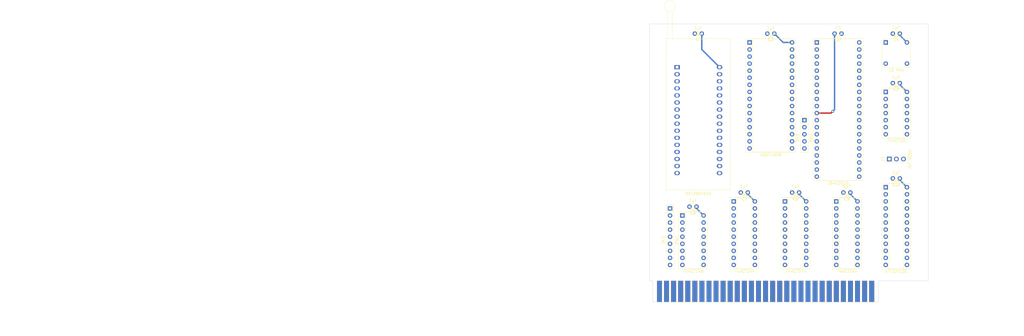
<source format=kicad_pcb>
(kicad_pcb (version 20221018) (generator pcbnew)
  (layers (0 "F.Cu" signal) (1 "In1.Cu" power) (2 "In2.Cu" power) (31 "B.Cu" signal) (34 "B.Paste" user) (35 "F.Paste" user) (36 "B.SilkS" user "B.Silkscreen") (37 "F.SilkS" user "F.Silkscreen") (38 "B.Mask" user) (39 "F.Mask" user) (44 "Edge.Cuts" user))
  (net 0 "")
  (net 1 "+5V")
  (net 2 "GND")
  (net 3 "/CTCLK")
  (net 4 "/CLK2")
  (net 5 "/IEI")
  (net 6 "/~{CLK}")
  (net 7 "D7")
  (net 8 "D6")
  (net 9 "D5")
  (net 10 "D4")
  (net 11 "D3")
  (net 12 "/MOSI")
  (net 13 "/MISO")
  (net 14 "/SCLK")
  (net 17 "D2")
  (net 18 "D1")
  (net 19 "D0")
  (net 20 "A15")
  (net 21 "A14")
  (net 22 "A13")
  (net 23 "A12")
  (net 24 "A11")
  (net 25 "A10")
  (net 26 "A9")
  (net 27 "A8")
  (net 28 "A7")
  (net 29 "A6")
  (net 30 "A5")
  (net 31 "A4")
  (net 32 "A3")
  (net 33 "A2")
  (net 34 "A1")
  (net 35 "+3V3")
  (net 36 "A0")
  (net 37 "-12V")
  (net 38 "~{RESET}")
  (net 39 "+12V")
  (net 40 "~{IRQ}2")
  (net 41 "~{M1}")
  (net 42 "/Glue Logic/RBA15")
  (net 43 "~{MREQ}")
  (net 44 "~{IORQ}")
  (net 45 "~{WR}")
  (net 46 "~{RD}")
  (net 47 "~{BUSRQ}")
  (net 48 "~{BUSAK}")
  (net 49 "~{WAIT}")
  (net 50 "~{HALT}")
  (net 51 "CLK")
  (net 52 "~{IRQ}7")
  (net 53 "~{IRQ}6")
  (net 54 "~{IRQ}5")
  (net 55 "~{IRQ}4")
  (net 56 "~{IRQ}3")
  (net 57 "~{NMI}")
  (net 58 "/Glue Logic/RBA16")
  (net 59 "/Glue Logic/RBA17")
  (net 60 "/Glue Logic/RBA18")
  (net 62 "BA18")
  (net 63 "BA17")
  (net 64 "BA16")
  (net 65 "BA15")
  (net 69 "Net-(U5-S2)")
  (net 70 "Net-(U5-S1)")
  (net 71 "Net-(U5-S0)")
  (net 74 "~{IRQ}0")
  (net 75 "~{IRQ}1")
  (net 76 "~{INT}")
  (net 77 "~{ROM_CS}")
  (net 78 "~{RAM_OE}")
  (net 79 "~{MODE1}")
  (net 80 "/Glue Logic/~{ROM_SEL}")
  (net 81 "/Glue Logic/~{RAM_SEL}")
  (net 82 "/TX")
  (net 83 "/RX")
  (net 84 "~{BANK_RD}")
  (net 85 "/IEO")
  (net 86 "Net-(J2-Pin_2)")
  (net 87 "~{MODE2}")
  (net 88 "~{BANK_WR}")
  (footprint "Capacitor_THT:C_Disc_D3.0mm_W2.0mm_P2.50mm" (layer "F.Cu") (at 142.775 112.83 180)
    (fp_text reference "C6" (at 1.25 -2.25) (layer "F.SilkS"))
    (fp_text value "1µF" (at 1.25 2.25) (layer "F.SilkS"))
    (pad "1" thru_hole circle (at 0 0 180) (size 1.6 1.6) (drill 0.8) (layers "*.Cu" "*.Mask") (net 1 "+5V"))
    (pad "2" thru_hole circle (at 2.5 0 180) (size 1.6 1.6) (drill 0.8) (layers "*.Cu" "*.Mask") (net 2 "GND"))
  )
  (footprint "0_Library:ZIF_Socket-32" (layer "F.Cu") (at 135.81 62.665)
    (fp_text reference "U8" (at 7.62 -11.56) (layer "F.SilkS"))
    (fp_text value "SST39SF010" (at 7.62 45.5) (layer "F.SilkS"))
    (pad "1" thru_hole rect (at 0 0) (size 2 1.44) (drill 1) (layers "*.Cu" "*.Mask") (net 2 "GND"))
    (pad "2" thru_hole oval (at 0 2.54) (size 2 1.44) (drill 1) (layers "*.Cu" "*.Mask") (net 2 "GND"))
    (pad "3" thru_hole oval (at 0 5.08) (size 2 1.44) (drill 1) (layers "*.Cu" "*.Mask") (net 20 "A15"))
    (pad "4" thru_hole oval (at 0 7.62) (size 2 1.44) (drill 1) (layers "*.Cu" "*.Mask") (net 23 "A12"))
    (pad "5" thru_hole oval (at 0 10.16) (size 2 1.44) (drill 1) (layers "*.Cu" "*.Mask") (net 28 "A7"))
    (pad "6" thru_hole oval (at 0 12.7) (size 2 1.44) (drill 1) (layers "*.Cu" "*.Mask") (net 29 "A6"))
    (pad "7" thru_hole oval (at 0 15.24) (size 2 1.44) (drill 1) (layers "*.Cu" "*.Mask") (net 30 "A5"))
    (pad "8" thru_hole oval (at 0 17.78) (size 2 1.44) (drill 1) (layers "*.Cu" "*.Mask") (net 31 "A4"))
    (pad "9" thru_hole oval (at 0 20.32) (size 2 1.44) (drill 1) (layers "*.Cu" "*.Mask") (net 32 "A3"))
    (pad "10" thru_hole oval (at 0 22.86) (size 2 1.44) (drill 1) (layers "*.Cu" "*.Mask") (net 33 "A2"))
    (pad "11" thru_hole oval (at 0 25.4) (size 2 1.44) (drill 1) (layers "*.Cu" "*.Mask") (net 34 "A1"))
    (pad "12" thru_hole oval (at 0 27.94) (size 2 1.44) (drill 1) (layers "*.Cu" "*.Mask") (net 36 "A0"))
    (pad "13" thru_hole oval (at 0 30.48) (size 2 1.44) (drill 1) (layers "*.Cu" "*.Mask") (net 19 "D0"))
    (pad "14" thru_hole oval (at 0 33.02) (size 2 1.44) (drill 1) (layers "*.Cu" "*.Mask") (net 18 "D1"))
    (pad "15" thru_hole oval (at 0 35.56) (size 2 1.44) (drill 1) (layers "*.Cu" "*.Mask") (net 17 "D2"))
    (pad "16" thru_hole oval (at 0 38.1) (size 2 1.44) (drill 1) (layers "*.Cu" "*.Mask") (net 2 "GND"))
    (pad "17" thru_hole oval (at 15.24 38.1) (size 2 1.44) (drill 1) (layers "*.Cu" "*.Mask") (net 11 "D3"))
    (pad "18" thru_hole oval (at 15.24 35.56) (size 2 1.44) (drill 1) (layers "*.Cu" "*.Mask") (net 10 "D4"))
    (pad "19" thru_hole oval (at 15.24 33.02) (size 2 1.44) (drill 1) (layers "*.Cu" "*.Mask") (net 9 "D5"))
    (pad "20" thru_hole oval (at 15.24 30.48) (size 2 1.44) (drill 1) (layers "*.Cu" "*.Mask") (net 8 "D6"))
    (pad "21" thru_hole oval (at 15.24 27.94) (size 2 1.44) (drill 1) (layers "*.Cu" "*.Mask") (net 7 "D7"))
    (pad "22" thru_hole oval (at 15.24 25.4) (size 2 1.44) (drill 1) (layers "*.Cu" "*.Mask") (net 77 "~{ROM_CS}"))
    (pad "23" thru_hole oval (at 15.24 22.86) (size 2 1.44) (drill 1) (layers "*.Cu" "*.Mask") (net 25 "A10"))
    (pad "24" thru_hole oval (at 15.24 20.32) (size 2 1.44) (drill 1) (layers "*.Cu" "*.Mask") (net 46 "~{RD}"))
    (pad "25" thru_hole oval (at 15.24 17.78) (size 2 1.44) (drill 1) (layers "*.Cu" "*.Mask") (net 24 "A11"))
    (pad "26" thru_hole oval (at 15.24 15.24) (size 2 1.44) (drill 1) (layers "*.Cu" "*.Mask") (net 26 "A9"))
    (pad "27" thru_hole oval (at 15.24 12.7) (size 2 1.44) (drill 1) (layers "*.Cu" "*.Mask") (net 27 "A8"))
    (pad "28" thru_hole oval (at 15.24 10.16) (size 2 1.44) (drill 1) (layers "*.Cu" "*.Mask") (net 22 "A13"))
    (pad "29" thru_hole oval (at 15.24 7.62) (size 2 1.44) (drill 1) (layers "*.Cu" "*.Mask") (net 21 "A14"))
    (pad "30" thru_hole oval (at 15.24 5.08) (size 2 1.44) (drill 1) (layers "*.Cu" "*.Mask") (net 2 "GND"))
    (pad "31" thru_hole oval (at 15.24 2.54) (size 2 1.44) (drill 1) (layers "*.Cu" "*.Mask") (net 45 "~{WR}"))
    (pad "32" thru_hole oval (at 15.24 0) (size 2 1.44) (drill 1) (layers "*.Cu" "*.Mask") (net 1 "+5V"))
  )
  (footprint "Capacitor_THT:C_Disc_D3.4mm_W2.1mm_P2.50mm" (layer "F.Cu") (at 179.605 107.75 180)
    (fp_text reference "C8" (at 1.25 -2.3) (layer "F.SilkS"))
    (fp_text value "1µF" (at 1.25 2.3) (layer "F.SilkS"))
    (pad "1" thru_hole circle (at 0 0 180) (size 1.6 1.6) (drill 0.8) (layers "*.Cu" "*.Mask") (net 1 "+5V"))
    (pad "2" thru_hole circle (at 2.5 0 180) (size 1.6 1.6) (drill 0.8) (layers "*.Cu" "*.Mask") (net 2 "GND"))
  )
  (footprint "0_Library:BUS_XT v2" (layer "F.Cu") (at 226 139.5)
    (fp_text reference "J1" hide)
    (fp_text value "CARD EDGE" hide)
    (pad "1" connect rect (at -20.32 3.81) (size 1.78 7.62) (layers "B.Cu" "B.Mask") (net 82 "/TX"))
    (pad "2" connect rect (at -22.86 3.81) (size 1.78 7.62) (layers "B.Cu" "B.Mask") (net 7 "D7"))
    (pad "3" connect rect (at -25.4 3.81) (size 1.78 7.62) (layers "B.Cu" "B.Mask") (net 8 "D6"))
    (pad "4" connect rect (at -27.94 3.81) (size 1.78 7.62) (layers "B.Cu" "B.Mask") (net 9 "D5"))
    (pad "5" connect rect (at -30.48 3.81) (size 1.78 7.62) (layers "B.Cu" "B.Mask") (net 10 "D4"))
    (pad "6" connect rect (at -33.02 3.81) (size 1.78 7.62) (layers "B.Cu" "B.Mask") (net 11 "D3"))
    (pad "7" connect rect (at -35.56 3.81) (size 1.78 7.62) (layers "B.Cu" "B.Mask") (net 17 "D2"))
    (pad "8" connect rect (at -38.1 3.81) (size 1.78 7.62) (layers "B.Cu" "B.Mask") (net 18 "D1"))
    (pad "9" connect rect (at -40.64 3.81) (size 1.78 7.62) (layers "B.Cu" "B.Mask") (net 19 "D0"))
    (pad "10" connect rect (at -43.18 3.81) (size 1.78 7.62) (layers "B.Cu" "B.Mask") (net 83 "/RX"))
    (pad "11" connect rect (at -45.72 3.81) (size 1.78 7.62) (layers "B.Cu" "B.Mask") (net 12 "/MOSI"))
    (pad "12" connect rect (at -48.26 3.81) (size 1.78 7.62) (layers "B.Cu" "B.Mask") (net 13 "/MISO"))
    (pad "13" connect rect (at -50.8 3.81) (size 1.78 7.62) (layers "B.Cu" "B.Mask") (net 14 "/SCLK"))
    (pad "14" connect rect (at -53.34 3.81) (size 1.78 7.62) (layers "B.Cu" "B.Mask") (net 3 "/CTCLK"))
    (pad "15" connect rect (at -55.88 3.81) (size 1.78 7.62) (layers "B.Cu" "B.Mask") (net 85 "/IEO"))
    (pad "16" connect rect (at -58.42 3.81) (size 1.78 7.62) (layers "B.Cu" "B.Mask") (net 20 "A15"))
    (pad "17" connect rect (at -60.96 3.81) (size 1.78 7.62) (layers "B.Cu" "B.Mask") (net 21 "A14"))
    (pad "18" connect rect (at -63.5 3.81) (size 1.78 7.62) (layers "B.Cu" "B.Mask") (net 22 "A13"))
    (pad "19" connect rect (at -66.04 3.81) (size 1.78 7.62) (layers "B.Cu" "B.Mask") (net 23 "A12"))
    (pad "20" connect rect (at -68.58 3.81) (size 1.78 7.62) (layers "B.Cu" "B.Mask") (net 24 "A11"))
    (pad "21" connect rect (at -71.12 3.81) (size 1.78 7.62) (layers "B.Cu" "B.Mask") (net 25 "A10"))
    (pad "22" connect rect (at -73.66 3.81) (size 1.78 7.62) (layers "B.Cu" "B.Mask") (net 26 "A9"))
    (pad "23" connect rect (at -76.2 3.81) (size 1.78 7.62) (layers "B.Cu" "B.Mask") (net 27 "A8"))
    (pad "24" connect rect (at -78.74 3.81) (size 1.78 7.62) (layers "B.Cu" "B.Mask") (net 28 "A7"))
    (pad "25" connect rect (at -81.28 3.81) (size 1.78 7.62) (layers "B.Cu" "B.Mask") (net 29 "A6"))
    (pad "26" connect rect (at -83.82 3.81) (size 1.78 7.62) (layers "B.Cu" "B.Mask") (net 30 "A5"))
    (pad "27" connect rect (at -86.36 3.81) (size 1.78 7.62) (layers "B.Cu" "B.Mask") (net 31 "A4"))
    (pad "28" connect rect (at -88.9 3.81) (size 1.78 7.62) (layers "B.Cu" "B.Mask") (net 32 "A3"))
    (pad "29" connect rect (at -91.44 3.81) (size 1.78 7.62) (layers "B.Cu" "B.Mask") (net 33 "A2"))
    (pad "30" connect rect (at -93.98 3.81) (size 1.78 7.62) (layers "B.Cu" "B.Mask") (net 34 "A1"))
    (pad "31" connect rect (at -96.52 3.81) (size 1.78 7.62) (layers "B.Cu" "B.Mask") (net 36 "A0"))
    (pad "32" connect rect (at -20.32 3.81) (size 1.78 7.62) (layers "F.Cu" "F.Mask") (net 2 "GND"))
    (pad "33" connect rect (at -22.86 3.81) (size 1.78 7.62) (layers "F.Cu" "F.Mask") (net 38 "~{RESET}"))
    (pad "34" connect rect (at -25.4 3.81) (size 1.78 7.62) (layers "F.Cu" "F.Mask") (net 1 "+5V"))
    (pad "35" connect rect (at -27.94 3.81) (size 1.78 7.62) (layers "F.Cu" "F.Mask") (net 40 "~{IRQ}2"))
    (pad "36" connect rect (at -30.48 3.81) (size 1.78 7.62) (layers "F.Cu" "F.Mask") (net 35 "+3V3"))
    (pad "37" connect rect (at -33.02 3.81) (size 1.78 7.62) (layers "F.Cu" "F.Mask") (net 41 "~{M1}"))
    (pad "38" connect rect (at -35.56 3.81) (size 1.78 7.62) (layers "F.Cu" "F.Mask") (net 37 "-12V"))
    (pad "39" connect rect (at -38.1 3.81) (size 1.78 7.62) (layers "F.Cu" "F.Mask") (net 4 "/CLK2"))
    (pad "40" connect rect (at -40.64 3.81) (size 1.78 7.62) (layers "F.Cu" "F.Mask") (net 39 "+12V"))
    (pad "41" connect rect (at -43.18 3.81) (size 1.78 7.62) (layers "F.Cu" "F.Mask") (net 2 "GND"))
    (pad "42" connect rect (at -45.72 3.81) (size 1.78 7.62) (layers "F.Cu" "F.Mask") (net 43 "~{MREQ}"))
    (pad "43" connect rect (at -48.26 3.81) (size 1.78 7.62) (layers "F.Cu" "F.Mask") (net 44 "~{IORQ}"))
    (pad "44" connect rect (at -50.8 3.81) (size 1.78 7.62) (layers "F.Cu" "F.Mask") (net 46 "~{RD}"))
    (pad "45" connect rect (at -53.34 3.81) (size 1.78 7.62) (layers "F.Cu" "F.Mask") (net 45 "~{WR}"))
    (pad "46" connect rect (at -55.88 3.81) (size 1.78 7.62) (layers "F.Cu" "F.Mask") (net 5 "/IEI"))
    (pad "47" connect rect (at -58.42 3.81) (size 1.78 7.62) (layers "F.Cu" "F.Mask") (net 47 "~{BUSRQ}"))
    (pad "48" connect rect (at -60.96 3.81) (size 1.78 7.62) (layers "F.Cu" "F.Mask") (net 48 "~{BUSAK}"))
    (pad "49" connect rect (at -63.5 3.81) (size 1.78 7.62) (layers "F.Cu" "F.Mask") (net 49 "~{WAIT}"))
    (pad "50" connect rect (at -66.04 3.81) (size 1.78 7.62) (layers "F.Cu" "F.Mask") (net 50 "~{HALT}"))
    (pad "51" connect rect (at -68.58 3.81) (size 1.78 7.62) (layers "F.Cu" "F.Mask") (net 51 "CLK"))
    (pad "52" connect rect (at -71.12 3.81) (size 1.78 7.62) (layers "F.Cu" "F.Mask") (net 52 "~{IRQ}7"))
    (pad "53" connect rect (at -73.66 3.81) (size 1.78 7.62) (layers "F.Cu" "F.Mask") (net 53 "~{IRQ}6"))
    (pad "54" connect rect (at -76.2 3.81) (size 1.78 7.62) (layers "F.Cu" "F.Mask") (net 54 "~{IRQ}5"))
    (pad "55" connect rect (at -78.74 3.81) (size 1.78 7.62) (layers "F.Cu" "F.Mask") (net 55 "~{IRQ}4"))
    (pad "56" connect rect (at -81.28 3.81) (size 1.78 7.62) (layers "F.Cu" "F.Mask") (net 56 "~{IRQ}3"))
    (pad "57" connect rect (at -83.82 3.81) (size 1.78 7.62) (layers "F.Cu" "F.Mask") (net 57 "~{NMI}"))
    (pad "58" connect rect (at -86.36 3.81) (size 1.78 7.62) (layers "F.Cu" "F.Mask") (net 75 "~{IRQ}1"))
    (pad "59" connect rect (at -88.9 3.81) (size 1.78 7.62) (layers "F.Cu" "F.Mask") (net 74 "~{IRQ}0"))
    (pad "60" connect rect (at -91.44 3.81) (size 1.78 7.62) (layers "F.Cu" "F.Mask") (net 1 "+5V"))
    (pad "61" connect rect (at -93.98 3.81) (size 1.78 7.62) (layers "F.Cu" "F.Mask") (net 6 "/~{CLK}"))
    (pad "62" connect rect (at -96.52 3.81) (size 1.78 7.62) (layers "F.Cu" "F.Mask") (net 2 "GND"))
  )
  (footprint "Capacitor_THT:C_Disc_D3.4mm_W2.1mm_P2.50mm" (layer "F.Cu") (at 215.78 102.67 180)
    (fp_text reference "C10" (at 1.25 -2.3) (layer "F.SilkS"))
    (fp_text value "1µF" (at 1.25 2.3) (layer "F.SilkS"))
    (pad "1" thru_hole circle (at 0 0 180) (size 1.6 1.6) (drill 0.8) (layers "*.Cu" "*.Mask") (net 1 "+5V"))
    (pad "2" thru_hole circle (at 2.5 0 180) (size 1.6 1.6) (drill 0.8) (layers "*.Cu" "*.Mask") (net 2 "GND"))
  )
  (footprint "Package_DIP:DIP-16_W7.62mm_Socket" (layer "F.Cu") (at 137.715 116.005)
    (fp_text reference "U5" (at 3.81 -2.33) (layer "F.SilkS"))
    (fp_text value "74HCT148" (at 3.81 20.11) (layer "F.SilkS"))
    (pad "1" thru_hole rect (at 0 0) (size 1.6 1.6) (drill 0.8) (layers "*.Cu" "*.Mask") (net 56 "~{IRQ}3"))
    (pad "2" thru_hole oval (at 0 2.54) (size 1.6 1.6) (drill 0.8) (layers "*.Cu" "*.Mask") (net 40 "~{IRQ}2"))
    (pad "3" thru_hole oval (at 0 5.08) (size 1.6 1.6) (drill 0.8) (layers "*.Cu" "*.Mask") (net 75 "~{IRQ}1"))
    (pad "4" thru_hole oval (at 0 7.62) (size 1.6 1.6) (drill 0.8) (layers "*.Cu" "*.Mask") (net 74 "~{IRQ}0"))
    (pad "5" thru_hole oval (at 0 10.16) (size 1.6 1.6) (drill 0.8) (layers "*.Cu" "*.Mask") (net 2 "GND"))
    (pad "6" thru_hole oval (at 0 12.7) (size 1.6 1.6) (drill 0.8) (layers "*.Cu" "*.Mask") (net 69 "Net-(U5-S2)"))
    (pad "7" thru_hole oval (at 0 15.24) (size 1.6 1.6) (drill 0.8) (layers "*.Cu" "*.Mask") (net 70 "Net-(U5-S1)"))
    (pad "8" thru_hole oval (at 0 17.78) (size 1.6 1.6) (drill 0.8) (layers "*.Cu" "*.Mask") (net 2 "GND"))
    (pad "9" thru_hole oval (at 7.62 17.78) (size 1.6 1.6) (drill 0.8) (layers "*.Cu" "*.Mask") (net 71 "Net-(U5-S0)"))
    (pad "10" thru_hole oval (at 7.62 15.24) (size 1.6 1.6) (drill 0.8) (layers "*.Cu" "*.Mask") (net 52 "~{IRQ}7"))
    (pad "11" thru_hole oval (at 7.62 12.7) (size 1.6 1.6) (drill 0.8) (layers "*.Cu" "*.Mask") (net 53 "~{IRQ}6"))
    (pad "12" thru_hole oval (at 7.62 10.16) (size 1.6 1.6) (drill 0.8) (layers "*.Cu" "*.Mask") (net 54 "~{IRQ}5"))
    (pad "13" thru_hole oval (at 7.62 7.62) (size 1.6 1.6) (drill 0.8) (layers "*.Cu" "*.Mask") (net 55 "~{IRQ}4"))
    (pad "14" thru_hole oval (at 7.62 5.08) (size 1.6 1.6) (drill 0.8) (layers "*.Cu" "*.Mask") (net 76 "~{INT}"))
    (pad "15" thru_hole oval (at 7.62 2.54) (size 1.6 1.6) (drill 0.8) (layers "*.Cu" "*.Mask"))
    (pad "16" thru_hole oval (at 7.62 0) (size 1.6 1.6) (drill 0.8) (layers "*.Cu" "*.Mask") (net 1 "+5V"))
  )
  (footprint "Package_DIP:DIP-20_W7.62mm_Socket" (layer "F.Cu") (at 174.545 110.925)
    (fp_text reference "U3" (at 3.81 -2.33) (layer "F.SilkS"))
    (fp_text value "74HCT374" (at 3.81 25.19) (layer "F.SilkS"))
    (pad "1" thru_hole rect (at 0 0) (size 1.6 1.6) (drill 0.8) (layers "*.Cu" "*.Mask") (net 2 "GND"))
    (pad "2" thru_hole oval (at 0 2.54) (size 1.6 1.6) (drill 0.8) (layers "*.Cu" "*.Mask") (net 42 "/Glue Logic/RBA15"))
    (pad "3" thru_hole oval (at 0 5.08) (size 1.6 1.6) (drill 0.8) (layers "*.Cu" "*.Mask") (net 19 "D0"))
    (pad "4" thru_hole oval (at 0 7.62) (size 1.6 1.6) (drill 0.8) (layers "*.Cu" "*.Mask") (net 18 "D1"))
    (pad "5" thru_hole oval (at 0 10.16) (size 1.6 1.6) (drill 0.8) (layers "*.Cu" "*.Mask") (net 58 "/Glue Logic/RBA16"))
    (pad "6" thru_hole oval (at 0 12.7) (size 1.6 1.6) (drill 0.8) (layers "*.Cu" "*.Mask") (net 59 "/Glue Logic/RBA17"))
    (pad "7" thru_hole oval (at 0 15.24) (size 1.6 1.6) (drill 0.8) (layers "*.Cu" "*.Mask") (net 17 "D2"))
    (pad "8" thru_hole oval (at 0 17.78) (size 1.6 1.6) (drill 0.8) (layers "*.Cu" "*.Mask") (net 11 "D3"))
    (pad "9" thru_hole oval (at 0 20.32) (size 1.6 1.6) (drill 0.8) (layers "*.Cu" "*.Mask") (net 60 "/Glue Logic/RBA18"))
    (pad "10" thru_hole oval (at 0 22.86) (size 1.6 1.6) (drill 0.8) (layers "*.Cu" "*.Mask") (net 2 "GND"))
    (pad "11" thru_hole oval (at 7.62 22.86) (size 1.6 1.6) (drill 0.8) (layers "*.Cu" "*.Mask") (net 88 "~{BANK_WR}"))
    (pad "12" thru_hole oval (at 7.62 20.32) (size 1.6 1.6) (drill 0.8) (layers "*.Cu" "*.Mask"))
    (pad "13" thru_hole oval (at 7.62 17.78) (size 1.6 1.6) (drill 0.8) (layers "*.Cu" "*.Mask") (net 2 "GND"))
    (pad "14" thru_hole oval (at 7.62 15.24) (size 1.6 1.6) (drill 0.8) (layers "*.Cu" "*.Mask") (net 2 "GND"))
    (pad "15" thru_hole oval (at 7.62 12.7) (size 1.6 1.6) (drill 0.8) (layers "*.Cu" "*.Mask"))
    (pad "16" thru_hole oval (at 7.62 10.16) (size 1.6 1.6) (drill 0.8) (layers "*.Cu" "*.Mask"))
    (pad "17" thru_hole oval (at 7.62 7.62) (size 1.6 1.6) (drill 0.8) (layers "*.Cu" "*.Mask") (net 2 "GND"))
    (pad "18" thru_hole oval (at 7.62 5.08) (size 1.6 1.6) (drill 0.8) (layers "*.Cu" "*.Mask") (net 2 "GND"))
    (pad "19" thru_hole oval (at 7.62 2.54) (size 1.6 1.6) (drill 0.8) (layers "*.Cu" "*.Mask"))
    (pad "20" thru_hole oval (at 7.62 0) (size 1.6 1.6) (drill 0.8) (layers "*.Cu" "*.Mask") (net 1 "+5V"))
  )
  (footprint "Capacitor_THT:C_Disc_D3.4mm_W2.1mm_P2.50mm" (layer "F.Cu") (at 161.19 107.75 180)
    (fp_text reference "C7" (at 1.25 -2.3) (layer "F.SilkS"))
    (fp_text value "1µF" (at 1.25 2.3) (layer "F.SilkS"))
    (pad "1" thru_hole circle (at 0 0 180) (size 1.6 1.6) (drill 0.8) (layers "*.Cu" "*.Mask") (net 1 "+5V"))
    (pad "2" thru_hole circle (at 2.5 0 180) (size 1.6 1.6) (drill 0.8) (layers "*.Cu" "*.Mask") (net 2 "GND"))
  )
  (footprint "Package_DIP:DIP-32_W15.24mm_Socket" (layer "F.Cu") (at 161.845 53.77)
    (fp_text reference "U9" (at 7.62 -2.33) (layer "F.SilkS"))
    (fp_text value "AS6C4008" (at 7.62 40.43) (layer "F.SilkS"))
    (pad "1" thru_hole rect (at 0 0) (size 1.6 1.6) (drill 0.8) (layers "*.Cu" "*.Mask") (net 62 "BA18"))
    (pad "2" thru_hole oval (at 0 2.54) (size 1.6 1.6) (drill 0.8) (layers "*.Cu" "*.Mask") (net 64 "BA16"))
    (pad "3" thru_hole oval (at 0 5.08) (size 1.6 1.6) (drill 0.8) (layers "*.Cu" "*.Mask") (net 21 "A14"))
    (pad "4" thru_hole oval (at 0 7.62) (size 1.6 1.6) (drill 0.8) (layers "*.Cu" "*.Mask") (net 23 "A12"))
    (pad "5" thru_hole oval (at 0 10.16) (size 1.6 1.6) (drill 0.8) (layers "*.Cu" "*.Mask") (net 28 "A7"))
    (pad "6" thru_hole oval (at 0 12.7) (size 1.6 1.6) (drill 0.8) (layers "*.Cu" "*.Mask") (net 29 "A6"))
    (pad "7" thru_hole oval (at 0 15.24) (size 1.6 1.6) (drill 0.8) (layers "*.Cu" "*.Mask") (net 30 "A5"))
    (pad "8" thru_hole oval (at 0 17.78) (size 1.6 1.6) (drill 0.8) (layers "*.Cu" "*.Mask") (net 31 "A4"))
    (pad "9" thru_hole oval (at 0 20.32) (size 1.6 1.6) (drill 0.8) (layers "*.Cu" "*.Mask") (net 32 "A3"))
    (pad "10" thru_hole oval (at 0 22.86) (size 1.6 1.6) (drill 0.8) (layers "*.Cu" "*.Mask") (net 33 "A2"))
    (pad "11" thru_hole oval (at 0 25.4) (size 1.6 1.6) (drill 0.8) (layers "*.Cu" "*.Mask") (net 34 "A1"))
    (pad "12" thru_hole oval (at 0 27.94) (size 1.6 1.6) (drill 0.8) (layers "*.Cu" "*.Mask") (net 36 "A0"))
    (pad "13" thru_hole oval (at 0 30.48) (size 1.6 1.6) (drill 0.8) (layers "*.Cu" "*.Mask") (net 19 "D0"))
    (pad "14" thru_hole oval (at 0 33.02) (size 1.6 1.6) (drill 0.8) (layers "*.Cu" "*.Mask") (net 18 "D1"))
    (pad "15" thru_hole oval (at 0 35.56) (size 1.6 1.6) (drill 0.8) (layers "*.Cu" "*.Mask") (net 17 "D2"))
    (pad "16" thru_hole oval (at 0 38.1) (size 1.6 1.6) (drill 0.8) (layers "*.Cu" "*.Mask") (net 2 "GND"))
    (pad "17" thru_hole oval (at 15.24 38.1) (size 1.6 1.6) (drill 0.8) (layers "*.Cu" "*.Mask") (net 11 "D3"))
    (pad "18" thru_hole oval (at 15.24 35.56) (size 1.6 1.6) (drill 0.8) (layers "*.Cu" "*.Mask") (net 10 "D4"))
    (pad "19" thru_hole oval (at 15.24 33.02) (size 1.6 1.6) (drill 0.8) (layers "*.Cu" "*.Mask") (net 9 "D5"))
    (pad "20" thru_hole oval (at 15.24 30.48) (size 1.6 1.6) (drill 0.8) (layers "*.Cu" "*.Mask") (net 8 "D6"))
    (pad "21" thru_hole oval (at 15.24 27.94) (size 1.6 1.6) (drill 0.8) (layers "*.Cu" "*.Mask") (net 7 "D7"))
    (pad "22" thru_hole oval (at 15.24 25.4) (size 1.6 1.6) (drill 0.8) (layers "*.Cu" "*.Mask") (net 43 "~{MREQ}"))
    (pad "23" thru_hole oval (at 15.24 22.86) (size 1.6 1.6) (drill 0.8) (layers "*.Cu" "*.Mask") (net 25 "A10"))
    (pad "24" thru_hole oval (at 15.24 20.32) (size 1.6 1.6) (drill 0.8) (layers "*.Cu" "*.Mask") (net 78 "~{RAM_OE}"))
    (pad "25" thru_hole oval (at 15.24 17.78) (size 1.6 1.6) (drill 0.8) (layers "*.Cu" "*.Mask") (net 24 "A11"))
    (pad "26" thru_hole oval (at 15.24 15.24) (size 1.6 1.6) (drill 0.8) (layers "*.Cu" "*.Mask") (net 26 "A9"))
    (pad "27" thru_hole oval (at 15.24 12.7) (size 1.6 1.6) (drill 0.8) (layers "*.Cu" "*.Mask") (net 27 "A8"))
    (pad "28" thru_hole oval (at 15.24 10.16) (size 1.6 1.6) (drill 0.8) (layers "*.Cu" "*.Mask") (net 22 "A13"))
    (pad "29" thru_hole oval (at 15.24 7.62) (size 1.6 1.6) (drill 0.8) (layers "*.Cu" "*.Mask") (net 45 "~{WR}"))
    (pad "30" thru_hole oval (at 15.24 5.08) (size 1.6 1.6) (drill 0.8) (layers "*.Cu" "*.Mask") (net 63 "BA17"))
    (pad "31" thru_hole oval (at 15.24 2.54) (size 1.6 1.6) (drill 0.8) (layers "*.Cu" "*.Mask") (net 65 "BA15"))
    (pad "32" thru_hole oval (at 15.24 0) (size 1.6 1.6) (drill 0.8) (layers "*.Cu" "*.Mask") (net 1 "+5V"))
  )
  (footprint "Resistor_THT:R_Array_SIP9" (layer "F.Cu") (at 133.28 113.47 -90)
    (fp_text reference "RN1" (at 11.43 -2.4 90) (layer "F.SilkS"))
    (fp_text value "3K3" (at 11.43 2.4 90) (layer "F.SilkS"))
    (pad "1" thru_hole rect (at 0 0 270) (size 1.6 1.6) (drill 0.8) (layers "*.Cu" "*.Mask") (net 1 "+5V"))
    (pad "2" thru_hole oval (at 2.54 0 270) (size 1.6 1.6) (drill 0.8) (layers "*.Cu" "*.Mask") (net 56 "~{IRQ}3"))
    (pad "3" thru_hole oval (at 5.08 0 270) (size 1.6 1.6) (drill 0.8) (layers "*.Cu" "*.Mask") (net 40 "~{IRQ}2"))
    (pad "4" thru_hole oval (at 7.62 0 270) (size 1.6 1.6) (drill 0.8) (layers "*.Cu" "*.Mask") (net 55 "~{IRQ}4"))
    (pad "5" thru_hole oval (at 10.16 0 270) (size 1.6 1.6) (drill 0.8) (layers "*.Cu" "*.Mask") (net 75 "~{IRQ}1"))
    (pad "6" thru_hole oval (at 12.7 0 270) (size 1.6 1.6) (drill 0.8) (layers "*.Cu" "*.Mask") (net 54 "~{IRQ}5"))
    (pad "7" thru_hole oval (at 15.24 0 270) (size 1.6 1.6) (drill 0.8) (layers "*.Cu" "*.Mask") (net 74 "~{IRQ}0"))
    (pad "8" thru_hole oval (at 17.78 0 270) (size 1.6 1.6) (drill 0.8) (layers "*.Cu" "*.Mask") (net 53 "~{IRQ}6"))
    (pad "9" thru_hole oval (at 20.32 0 270) (size 1.6 1.6) (drill 0.8) (layers "*.Cu" "*.Mask") (net 52 "~{IRQ}7"))
  )
  (footprint "0_Library:DIP-8-4_W7.62mm_Oscillator_Socket" (layer "F.Cu") (at 210.72 53.775)
    (fp_text reference "X1" (at 3.81 -2.33) (layer "F.SilkS"))
    (fp_text value "10 MHz" (at 3.81 9.95) (layer "F.SilkS"))
    (pad "1" thru_hole rect (at 0 0) (size 1.6 1.6) (drill 0.8) (layers "*.Cu" "*.Mask") (net 1 "+5V"))
    (pad "4" thru_hole oval (at 0 7.62) (size 1.6 1.6) (drill 0.8) (layers "*.Cu" "*.Mask") (net 2 "GND"))
    (pad "5" thru_hole oval (at 7.62 7.62) (size 1.6 1.6) (drill 0.8) (layers "*.Cu" "*.Mask") (net 51 "CLK"))
    (pad "8" thru_hole oval (at 7.62 0) (size 1.6 1.6) (drill 0.8) (layers "*.Cu" "*.Mask") (net 1 "+5V"))
  )
  (footprint "Connector_PinHeader_2.54mm:PinHeader_1x03_P2.54mm_Vertical" (layer "F.Cu") (at 212.005 95.685 90)
    (fp_text reference "J2" (at 0 -2.33 90) (layer "F.SilkS"))
    (fp_text value "INT MODE" (at 0 7.41 90) (layer "F.SilkS"))
    (pad "1" thru_hole rect (at 0 0 90) (size 1.7 1.7) (drill 1) (layers "*.Cu" "*.Mask") (net 87 "~{MODE2}"))
    (pad "2" thru_hole oval (at 0 2.54 90) (size 1.7 1.7) (drill 1) (layers "*.Cu" "*.Mask") (net 86 "Net-(J2-Pin_2)"))
    (pad "3" thru_hole oval (at 0 5.08 90) (size 1.7 1.7) (drill 1) (layers "*.Cu" "*.Mask") (net 79 "~{MODE1}"))
  )
  (footprint "Capacitor_THT:C_Disc_D3.0mm_W1.6mm_P2.50mm" (layer "F.Cu") (at 215.78 68.38 180)
    (fp_text reference "C5" (at 1.25 -2.05) (layer "F.SilkS"))
    (fp_text value "1µF" (at 1.25 2.05) (layer "F.SilkS"))
    (pad "1" thru_hole circle (at 0 0 180) (size 1.6 1.6) (drill 0.8) (layers "*.Cu" "*.Mask") (net 1 "+5V"))
    (pad "2" thru_hole circle (at 2.5 0 180) (size 1.6 1.6) (drill 0.8) (layers "*.Cu" "*.Mask") (net 2 "GND"))
  )
  (footprint "Capacitor_THT:C_Disc_D3.0mm_W2.0mm_P2.50mm" (layer "F.Cu") (at 215.78 50.6 180)
    (fp_text reference "C4" (at 1.25 -2.25) (layer "F.SilkS"))
    (fp_text value "1µF" (at 1.25 2.25) (layer "F.SilkS"))
    (pad "1" thru_hole circle (at 0 0 180) (size 1.6 1.6) (drill 0.8) (layers "*.Cu" "*.Mask") (net 1 "+5V"))
    (pad "2" thru_hole circle (at 2.5 0 180) (size 1.6 1.6) (drill 0.8) (layers "*.Cu" "*.Mask") (net 2 "GND"))
  )
  (footprint "Package_DIP:DIP-24_W7.62mm_Socket" (layer "F.Cu") (at 210.72 105.84)
    (fp_text reference "U1" (at 3.81 -2.33) (layer "F.SilkS"))
    (fp_text value "ATF22V10C" (at 3.81 30.27) (layer "F.SilkS"))
    (pad "1" thru_hole rect (at 0 0) (size 1.6 1.6) (drill 0.8) (layers "*.Cu" "*.Mask") (net 38 "~{RESET}"))
    (pad "2" thru_hole oval (at 0 2.54) (size 1.6 1.6) (drill 0.8) (layers "*.Cu" "*.Mask") (net 43 "~{MREQ}"))
    (pad "3" thru_hole oval (at 0 5.08) (size 1.6 1.6) (drill 0.8) (layers "*.Cu" "*.Mask") (net 44 "~{IORQ}"))
    (pad "4" thru_hole oval (at 0 7.62) (size 1.6 1.6) (drill 0.8) (layers "*.Cu" "*.Mask") (net 41 "~{M1}"))
    (pad "5" thru_hole oval (at 0 10.16) (size 1.6 1.6) (drill 0.8) (layers "*.Cu" "*.Mask") (net 45 "~{WR}"))
    (pad "6" thru_hole oval (at 0 12.7) (size 1.6 1.6) (drill 0.8) (layers "*.Cu" "*.Mask") (net 46 "~{RD}"))
    (pad "7" thru_hole oval (at 0 15.24) (size 1.6 1.6) (drill 0.8) (layers "*.Cu" "*.Mask") (net 33 "A2"))
    (pad "8" thru_hole oval (at 0 17.78) (size 1.6 1.6) (drill 0.8) (layers "*.Cu" "*.Mask") (net 32 "A3"))
    (pad "9" thru_hole oval (at 0 20.32) (size 1.6 1.6) (drill 0.8) (layers "*.Cu" "*.Mask") (net 31 "A4"))
    (pad "10" thru_hole oval (at 0 22.86) (size 1.6 1.6) (drill 0.8) (layers "*.Cu" "*.Mask") (net 30 "A5"))
    (pad "11" thru_hole oval (at 0 25.4) (size 1.6 1.6) (drill 0.8) (layers "*.Cu" "*.Mask") (net 29 "A6"))
    (pad "12" thru_hole oval (at 0 27.94) (size 1.6 1.6) (drill 0.8) (layers "*.Cu" "*.Mask") (net 2 "GND"))
    (pad "13" thru_hole oval (at 7.62 27.94) (size 1.6 1.6) (drill 0.8) (layers "*.Cu" "*.Mask") (net 28 "A7"))
    (pad "14" thru_hole oval (at 7.62 25.4) (size 1.6 1.6) (drill 0.8) (layers "*.Cu" "*.Mask"))
    (pad "15" thru_hole oval (at 7.62 22.86) (size 1.6 1.6) (drill 0.8) (layers "*.Cu" "*.Mask"))
    (pad "16" thru_hole oval (at 7.62 20.32) (size 1.6 1.6) (drill 0.8) (layers "*.Cu" "*.Mask") (net 87 "~{MODE2}"))
    (pad "17" thru_hole oval (at 7.62 17.78) (size 1.6 1.6) (drill 0.8) (layers "*.Cu" "*.Mask") (net 79 "~{MODE1}"))
    (pad "18" thru_hole oval (at 7.62 15.24) (size 1.6 1.6) (drill 0.8) (layers "*.Cu" "*.Mask") (net 84 "~{BANK_RD}"))
    (pad "19" thru_hole oval (at 7.62 12.7) (size 1.6 1.6) (drill 0.8) (layers "*.Cu" "*.Mask") (net 88 "~{BANK_WR}"))
    (pad "20" thru_hole oval (at 7.62 10.16) (size 1.6 1.6) (drill 0.8) (layers "*.Cu" "*.Mask") (net 78 "~{RAM_OE}"))
    (pad "21" thru_hole oval (at 7.62 7.62) (size 1.6 1.6) (drill 0.8) (layers "*.Cu" "*.Mask") (net 77 "~{ROM_CS}"))
    (pad "22" thru_hole oval (at 7.62 5.08) (size 1.6 1.6) (drill 0.8) (layers "*.Cu" "*.Mask") (net 81 "/Glue Logic/~{RAM_SEL}"))
    (pad "23" thru_hole oval (at 7.62 2.54) (size 1.6 1.6) (drill 0.8) (layers "*.Cu" "*.Mask") (net 80 "/Glue Logic/~{ROM_SEL}"))
    (pad "24" thru_hole oval (at 7.62 0) (size 1.6 1.6) (drill 0.8) (layers "*.Cu" "*.Mask") (net 1 "+5V"))
  )
  (footprint "Package_DIP:DIP-20_W7.62mm_Socket" (layer "F.Cu") (at 192.96 110.925)
    (fp_text reference "U4" (at 3.81 -2.33) (layer "F.SilkS"))
    (fp_text value "74HCT244" (at 3.81 25.19) (layer "F.SilkS"))
    (pad "1" thru_hole rect (at 0 0) (size 1.6 1.6) (drill 0.8) (layers "*.Cu" "*.Mask") (net 84 "~{BANK_RD}"))
    (pad "2" thru_hole oval (at 0 2.54) (size 1.6 1.6) (drill 0.8) (layers "*.Cu" "*.Mask") (net 42 "/Glue Logic/RBA15"))
    (pad "3" thru_hole oval (at 0 5.08) (size 1.6 1.6) (drill 0.8) (layers "*.Cu" "*.Mask") (net 7 "D7"))
    (pad "4" thru_hole oval (at 0 7.62) (size 1.6 1.6) (drill 0.8) (layers "*.Cu" "*.Mask") (net 58 "/Glue Logic/RBA16"))
    (pad "5" thru_hole oval (at 0 10.16) (size 1.6 1.6) (drill 0.8) (layers "*.Cu" "*.Mask") (net 8 "D6"))
    (pad "6" thru_hole oval (at 0 12.7) (size 1.6 1.6) (drill 0.8) (layers "*.Cu" "*.Mask") (net 59 "/Glue Logic/RBA17"))
    (pad "7" thru_hole oval (at 0 15.24) (size 1.6 1.6) (drill 0.8) (layers "*.Cu" "*.Mask") (net 9 "D5"))
    (pad "8" thru_hole oval (at 0 17.78) (size 1.6 1.6) (drill 0.8) (layers "*.Cu" "*.Mask") (net 60 "/Glue Logic/RBA18"))
    (pad "9" thru_hole oval (at 0 20.32) (size 1.6 1.6) (drill 0.8) (layers "*.Cu" "*.Mask") (net 10 "D4"))
    (pad "10" thru_hole oval (at 0 22.86) (size 1.6 1.6) (drill 0.8) (layers "*.Cu" "*.Mask") (net 2 "GND"))
    (pad "11" thru_hole oval (at 7.62 22.86) (size 1.6 1.6) (drill 0.8) (layers "*.Cu" "*.Mask") (net 2 "GND"))
    (pad "12" thru_hole oval (at 7.62 20.32) (size 1.6 1.6) (drill 0.8) (layers "*.Cu" "*.Mask") (net 11 "D3"))
    (pad "13" thru_hole oval (at 7.62 17.78) (size 1.6 1.6) (drill 0.8) (layers "*.Cu" "*.Mask") (net 2 "GND"))
    (pad "14" thru_hole oval (at 7.62 15.24) (size 1.6 1.6) (drill 0.8) (layers "*.Cu" "*.Mask") (net 17 "D2"))
    (pad "15" thru_hole oval (at 7.62 12.7) (size 1.6 1.6) (drill 0.8) (layers "*.Cu" "*.Mask") (net 2 "GND"))
    (pad "16" thru_hole oval (at 7.62 10.16) (size 1.6 1.6) (drill 0.8) (layers "*.Cu" "*.Mask") (net 18 "D1"))
    (pad "17" thru_hole oval (at 7.62 7.62) (size 1.6 1.6) (drill 0.8) (layers "*.Cu" "*.Mask") (net 2 "GND"))
    (pad "18" thru_hole oval (at 7.62 5.08) (size 1.6 1.6) (drill 0.8) (layers "*.Cu" "*.Mask") (net 19 "D0"))
    (pad "19" thru_hole oval (at 7.62 2.54) (size 1.6 1.6) (drill 0.8) (layers "*.Cu" "*.Mask") (net 84 "~{BANK_RD}"))
    (pad "20" thru_hole oval (at 7.62 0) (size 1.6 1.6) (drill 0.8) (layers "*.Cu" "*.Mask") (net 1 "+5V"))
  )
  (footprint "Capacitor_THT:C_Disc_D3.0mm_W1.6mm_P2.50mm" (layer "F.Cu") (at 144.68 50.6 180)
    (fp_text reference "C1" (at 1.25 -2.05) (layer "F.SilkS"))
    (fp_text value "1µF" (at 1.25 2.05) (layer "F.SilkS"))
    (pad "1" thru_hole circle (at 0 0 180) (size 1.6 1.6) (drill 0.8) (layers "*.Cu" "*.Mask") (net 1 "+5V"))
    (pad "2" thru_hole circle (at 2.5 0 180) (size 1.6 1.6) (drill 0.8) (layers "*.Cu" "*.Mask") (net 2 "GND"))
  )
  (footprint "Package_DIP:DIP-20_W7.62mm_Socket" (layer "F.Cu") (at 156.13 110.925)
    (fp_text reference "U6" (at 3.81 -2.33) (layer "F.SilkS"))
    (fp_text value "74HCT244" (at 3.81 25.19) (layer "F.SilkS"))
    (pad "1" thru_hole rect (at 0 0) (size 1.6 1.6) (drill 0.8) (layers "*.Cu" "*.Mask") (net 86 "Net-(J2-Pin_2)"))
    (pad "2" thru_hole oval (at 0 2.54) (size 1.6 1.6) (drill 0.8) (layers "*.Cu" "*.Mask") (net 2 "GND"))
    (pad "3" thru_hole oval (at 0 5.08) (size 1.6 1.6) (drill 0.8) (layers "*.Cu" "*.Mask") (net 7 "D7"))
    (pad "4" thru_hole oval (at 0 7.62) (size 1.6 1.6) (drill 0.8) (layers "*.Cu" "*.Mask") (net 71 "Net-(U5-S0)"))
    (pad "5" thru_hole oval (at 0 10.16) (size 1.6 1.6) (drill 0.8) (layers "*.Cu" "*.Mask") (net 8 "D6"))
    (pad "6" thru_hole oval (at 0 12.7) (size 1.6 1.6) (drill 0.8) (layers "*.Cu" "*.Mask") (net 70 "Net-(U5-S1)"))
    (pad "7" thru_hole oval (at 0 15.24) (size 1.6 1.6) (drill 0.8) (layers "*.Cu" "*.Mask") (net 9 "D5"))
    (pad "8" thru_hole oval (at 0 17.78) (size 1.6 1.6) (drill 0.8) (layers "*.Cu" "*.Mask") (net 69 "Net-(U5-S2)"))
    (pad "9" thru_hole oval (at 0 20.32) (size 1.6 1.6) (drill 0.8) (layers "*.Cu" "*.Mask") (net 10 "D4"))
    (pad "10" thru_hole oval (at 0 22.86) (size 1.6 1.6) (drill 0.8) (layers "*.Cu" "*.Mask") (net 2 "GND"))
    (pad "11" thru_hole oval (at 7.62 22.86) (size 1.6 1.6) (drill 0.8) (layers "*.Cu" "*.Mask") (net 2 "GND"))
    (pad "12" thru_hole oval (at 7.62 20.32) (size 1.6 1.6) (drill 0.8) (layers "*.Cu" "*.Mask") (net 11 "D3"))
    (pad "13" thru_hole oval (at 7.62 17.78) (size 1.6 1.6) (drill 0.8) (layers "*.Cu" "*.Mask") (net 2 "GND"))
    (pad "14" thru_hole oval (at 7.62 15.24) (size 1.6 1.6) (drill 0.8) (layers "*.Cu" "*.Mask") (net 17 "D2"))
    (pad "15" thru_hole oval (at 7.62 12.7) (size 1.6 1.6) (drill 0.8) (layers "*.Cu" "*.Mask") (net 2 "GND"))
    (pad "16" thru_hole oval (at 7.62 10.16) (size 1.6 1.6) (drill 0.8) (layers "*.Cu" "*.Mask") (net 18 "D1"))
    (pad "17" thru_hole oval (at 7.62 7.62) (size 1.6 1.6) (drill 0.8) (layers "*.Cu" "*.Mask") (net 2 "GND"))
    (pad "18" thru_hole oval (at 7.62 5.08) (size 1.6 1.6) (drill 0.8) (layers "*.Cu" "*.Mask") (net 19 "D0"))
    (pad "19" thru_hole oval (at 7.62 2.54) (size 1.6 1.6) (drill 0.8) (layers "*.Cu" "*.Mask") (net 86 "Net-(J2-Pin_2)"))
    (pad "20" thru_hole oval (at 7.62 0) (size 1.6 1.6) (drill 0.8) (layers "*.Cu" "*.Mask") (net 1 "+5V"))
  )
  (footprint "Capacitor_THT:C_Disc_D3.0mm_W1.6mm_P2.50mm" (layer "F.Cu") (at 170.715 50.6 180)
    (fp_text reference "C2" (at 1.25 -2.05) (layer "F.SilkS"))
    (fp_text value "1µF" (at 1.25 2.05) (layer "F.SilkS"))
    (pad "1" thru_hole circle (at 0 0 180) (size 1.6 1.6) (drill 0.8) (layers "*.Cu" "*.Mask") (net 1 "+5V"))
    (pad "2" thru_hole circle (at 2.5 0 180) (size 1.6 1.6) (drill 0.8) (layers "*.Cu" "*.Mask") (net 2 "GND"))
  )
  (footprint "Package_DIP:DIP-14_W7.62mm_Socket" (layer "F.Cu") (at 210.72 71.555)
    (fp_text reference "U2" (at 3.81 -2.33) (layer "F.SilkS"))
    (fp_text value "74HCT32" (at 3.81 17.57) (layer "F.SilkS"))
    (pad "1" thru_hole rect (at 0 0) (size 1.6 1.6) (drill 0.8) (layers "*.Cu" "*.Mask") (net 20 "A15"))
    (pad "2" thru_hole oval (at 0 2.54) (size 1.6 1.6) (drill 0.8) (layers "*.Cu" "*.Mask") (net 42 "/Glue Logic/RBA15"))
    (pad "3" thru_hole oval (at 0 5.08) (size 1.6 1.6) (drill 0.8) (layers "*.Cu" "*.Mask") (net 65 "BA15"))
    (pad "4" thru_hole oval (at 0 7.62) (size 1.6 1.6) (drill 0.8) (layers "*.Cu" "*.Mask") (net 20 "A15"))
    (pad "5" thru_hole oval (at 0 10.16) (size 1.6 1.6) (drill 0.8) (layers "*.Cu" "*.Mask") (net 58 "/Glue Logic/RBA16"))
    (pad "6" thru_hole oval (at 0 12.7) (size 1.6 1.6) (drill 0.8) (layers "*.Cu" "*.Mask") (net 64 "BA16"))
    (pad "7" thru_hole oval (at 0 15.24) (size 1.6 1.6) (drill 0.8) (layers "*.Cu" "*.Mask") (net 2 "GND"))
    (pad "8" thru_hole oval (at 7.62 15.24) (size 1.6 1.6) (drill 0.8) (layers "*.Cu" "*.Mask") (net 63 "BA17"))
    (pad "9" thru_hole oval (at 7.62 12.7) (size 1.6 1.6) (drill 0.8) (layers "*.Cu" "*.Mask") (net 20 "A15"))
    (pad "10" thru_hole oval (at 7.62 10.16) (size 1.6 1.6) (drill 0.8) (layers "*.Cu" "*.Mask") (net 59 "/Glue Logic/RBA17"))
    (pad "11" thru_hole oval (at 7.62 7.62) (size 1.6 1.6) (drill 0.8) (layers "*.Cu" "*.Mask") (net 62 "BA18"))
    (pad "12" thru_hole oval (at 7.62 5.08) (size 1.6 1.6) (drill 0.8) (layers "*.Cu" "*.Mask") (net 20 "A15"))
    (pad "13" thru_hole oval (at 7.62 2.54) (size 1.6 1.6) (drill 0.8) (layers "*.Cu" "*.Mask") (net 60 "/Glue Logic/RBA18"))
    (pad "14" thru_hole oval (at 7.62 0) (size 1.6 1.6) (drill 0.8) (layers "*.Cu" "*.Mask") (net 1 "+5V"))
  )
  (footprint "Capacitor_THT:C_Disc_D3.4mm_W2.1mm_P2.50mm" (layer "F.Cu") (at 198.02 107.75 180)
    (fp_text reference "C9" (at 1.25 -2.3) (layer "F.SilkS"))
    (fp_text value "1µF" (at 1.25 2.3) (layer "F.SilkS"))
    (pad "1" thru_hole circle (at 0 0 180) (size 1.6 1.6) (drill 0.8) (layers "*.Cu" "*.Mask") (net 1 "+5V"))
    (pad "2" thru_hole circle (at 2.5 0 180) (size 1.6 1.6) (drill 0.8) (layers "*.Cu" "*.Mask") (net 2 "GND"))
  )
  (footprint "Package_DIP:DIP-40_W15.24mm_Socket" (layer "F.Cu") (at 185.975 53.775)
    (fp_text reference "U7" (at 7.62 -2.33) (layer "F.SilkS"))
    (fp_text value "Z84C0010" (at 7.62 50.59) (layer "F.SilkS"))
    (pad "1" thru_hole rect (at 0 0) (size 1.6 1.6) (drill 0.8) (layers "*.Cu" "*.Mask") (net 24 "A11"))
    (pad "2" thru_hole oval (at 0 2.54) (size 1.6 1.6) (drill 0.8) (layers "*.Cu" "*.Mask") (net 23 "A12"))
    (pad "3" thru_hole oval (at 0 5.08) (size 1.6 1.6) (drill 0.8) (layers "*.Cu" "*.Mask") (net 22 "A13"))
    (pad "4" thru_hole oval (at 0 7.62) (size 1.6 1.6) (drill 0.8) (layers "*.Cu" "*.Mask") (net 21 "A14"))
    (pad "5" thru_hole oval (at 0 10.16) (size 1.6 1.6) (drill 0.8) (layers "*.Cu" "*.Mask") (net 20 "A15"))
    (pad "6" thru_hole oval (at 0 12.7) (size 1.6 1.6) (drill 0.8) (layers "*.Cu" "*.Mask") (net 51 "CLK"))
    (pad "7" thru_hole oval (at 0 15.24) (size 1.6 1.6) (drill 0.8) (layers "*.Cu" "*.Mask") (net 10 "D4"))
    (pad "8" thru_hole oval (at 0 17.78) (size 1.6 1.6) (drill 0.8) (layers "*.Cu" "*.Mask") (net 11 "D3"))
    (pad "9" thru_hole oval (at 0 20.32) (size 1.6 1.6) (drill 0.8) (layers "*.Cu" "*.Mask") (net 9 "D5"))
    (pad "10" thru_hole oval (at 0 22.86) (size 1.6 1.6) (drill 0.8) (layers "*.Cu" "*.Mask") (net 8 "D6"))
    (pad "11" thru_hole oval (at 0 25.4) (size 1.6 1.6) (drill 0.8) (layers "*.Cu" "*.Mask") (net 1 "+5V"))
    (pad "12" thru_hole oval (at 0 27.94) (size 1.6 1.6) (drill 0.8) (layers "*.Cu" "*.Mask") (net 17 "D2"))
    (pad "13" thru_hole oval (at 0 30.48) (size 1.6 1.6) (drill 0.8) (layers "*.Cu" "*.Mask") (net 7 "D7"))
    (pad "14" thru_hole oval (at 0 33.02) (size 1.6 1.6) (drill 0.8) (layers "*.Cu" "*.Mask") (net 19 "D0"))
    (pad "15" thru_hole oval (at 0 35.56) (size 1.6 1.6) (drill 0.8) (layers "*.Cu" "*.Mask") (net 18 "D1"))
    (pad "16" thru_hole oval (at 0 38.1) (size 1.6 1.6) (drill 0.8) (layers "*.Cu" "*.Mask") (net 76 "~{INT}"))
    (pad "17" thru_hole oval (at 0 40.64) (size 1.6 1.6) (drill 0.8) (layers "*.Cu" "*.Mask") (net 57 "~{NMI}"))
    (pad "18" thru_hole oval (at 0 43.18) (size 1.6 1.6) (drill 0.8) (layers "*.Cu" "*.Mask") (net 50 "~{HALT}"))
    (pad "19" thru_hole oval (at 0 45.72) (size 1.6 1.6) (drill 0.8) (layers "*.Cu" "*.Mask") (net 43 "~{MREQ}"))
    (pad "20" thru_hole oval (at 0 48.26) (size 1.6 1.6) (drill 0.8) (layers "*.Cu" "*.Mask") (net 44 "~{IORQ}"))
    (pad "21" thru_hole oval (at 15.24 48.26) (size 1.6 1.6) (drill 0.8) (layers "*.Cu" "*.Mask") (net 46 "~{RD}"))
    (pad "22" thru_hole oval (at 15.24 45.72) (size 1.6 1.6) (drill 0.8) (layers "*.Cu" "*.Mask") (net 45 "~{WR}"))
    (pad "23" thru_hole oval (at 15.24 43.18) (size 1.6 1.6) (drill 0.8) (layers "*.Cu" "*.Mask") (net 48 "~{BUSAK}"))
    (pad "24" thru_hole oval (at 15.24 40.64) (size 1.6 1.6) (drill 0.8) (layers "*.Cu" "*.Mask") (net 49 "~{WAIT}"))
    (pad "25" thru_hole oval (at 15.24 38.1) (size 1.6 1.6) (drill 0.8) (layers "*.Cu" "*.Mask") (net 47 "~{BUSRQ}"))
    (pad "26" thru_hole oval (at 15.24 35.56) (size 1.6 1.6) (drill 0.8) (layers "*.Cu" "*.Mask") (net 38 "~{RESET}"))
    (pad "27" thru_hole oval (at 15.24 33.02) (size 1.6 1.6) (drill 0.8) (layers "*.Cu" "*.Mask") (net 41 "~{M1}"))
    (pad "28" thru_hole oval (at 15.24 30.48) (size 1.6 1.6) (drill 0.8) (layers "*.Cu" "*.Mask"))
    (pad "29" thru_hole oval (at 15.24 27.94) (size 1.6 1.6) (drill 0.8) (layers "*.Cu" "*.Mask") (net 2 "GND"))
    (pad "30" thru_hole oval (at 15.24 25.4) (size 1.6 1.6) (drill 0.8) (layers "*.Cu" "*.Mask") (net 36 "A0"))
    (pad "31" thru_hole oval (at 15.24 22.86) (size 1.6 1.6) (drill 0.8) (layers "*.Cu" "*.Mask") (net 34 "A1"))
    (pad "32" thru_hole oval (at 15.24 20.32) (size 1.6 1.6) (drill 0.8) (layers "*.Cu" "*.Mask") (net 33 "A2"))
    (pad "33" thru_hole oval (at 15.24 17.78) (size 1.6 1.6) (drill 0.8) (layers "*.Cu" "*.Mask") (net 32 "A3"))
    (pad "34" thru_hole oval (at 15.24 15.24) (size 1.6 1.6) (drill 0.8) (layers "*.Cu" "*.Mask") (net 31 "A4"))
    (pad "35" thru_hole oval (at 15.24 12.7) (size 1.6 1.6) (drill 0.8) (layers "*.Cu" "*.Mask") (net 30 "A5"))
    (pad "36" thru_hole oval (at 15.24 10.16) (size 1.6 1.6) (drill 0.8) (layers "*.Cu" "*.Mask") (net 29 "A6"))
    (pad "37" thru_hole oval (at 15.24 7.62) (size 1.6 1.6) (drill 0.8) (layers "*.Cu" "*.Mask") (net 28 "A7"))
    (pad "38" thru_hole oval (at 15.24 5.08) (size 1.6 1.6) (drill 0.8) (layers "*.Cu" "*.Mask") (net 27 "A8"))
    (pad "39" thru_hole oval (at 15.24 2.54) (size 1.6 1.6) (drill 0.8) (layers "*.Cu" "*.Mask") (net 26 "A9"))
    (pad "40" thru_hole oval (at 15.24 0) (size 1.6 1.6) (drill 0.8) (layers "*.Cu" "*.Mask") (net 25 "A10"))
  )
  (footprint "Resistor_THT:R_Array_SIP5" (layer "F.Cu") (at 181.53 81.715 -90)
    (fp_text reference "RN2" (at 6.35 -2.4 90) (layer "F.SilkS"))
    (fp_text value "3K3" (at 6.35 2.4 90) (layer "F.SilkS"))
    (pad "1" thru_hole rect (at 0 0 270) (size 1.6 1.6) (drill 0.8) (layers "*.Cu" "*.Mask") (net 1 "+5V"))
    (pad "2" thru_hole oval (at 2.54 0 270) (size 1.6 1.6) (drill 0.8) (layers "*.Cu" "*.Mask") (net 47 "~{BUSRQ}"))
    (pad "3" thru_hole oval (at 5.08 0 270) (size 1.6 1.6) (drill 0.8) (layers "*.Cu" "*.Mask") (net 49 "~{WAIT}"))
    (pad "4" thru_hole oval (at 7.62 0 270) (size 1.6 1.6) (drill 0.8) (layers "*.Cu" "*.Mask") (net 76 "~{INT}"))
    (pad "5" thru_hole oval (at 10.16 0 270) (size 1.6 1.6) (drill 0.8) (layers "*.Cu" "*.Mask") (net 57 "~{NMI}"))
  )
  (footprint "Capacitor_THT:C_Disc_D3.0mm_W1.6mm_P2.50mm" (layer "F.Cu") (at 192.345 50.6)
    (fp_text reference "C3" (at 1.25 -2.05) (layer "F.SilkS"))
    (fp_text value "1µF" (at 1.25 2.05) (layer "F.SilkS"))
    (pad "1" thru_hole circle (at 0 0) (size 1.6 1.6) (drill 0.8) (layers "*.Cu" "*.Mask") (net 1 "+5V"))
    (pad "2" thru_hole circle (at 2.5 0) (size 1.6 1.6) (drill 0.8) (layers "*.Cu" "*.Mask") (net 2 "GND"))
  )
  (gr_line (start 226 47.1202) (end 226 139.5) (stroke (width 0.1)) (layer "Edge.Cuts"))
  (gr_line (start 126.0002 139.5) (end 126.0002 47.1202) (stroke (width 0.1)) (layer "Edge.Cuts"))
  (gr_line (start 208.093 139.5) (end 208.093 146.612) (stroke (width 0.1)) (layer "Edge.Cuts"))
  (gr_arc (start 127.575 147.12) (mid 127.21579 146.97121) (end 127.067 146.612) (stroke (width 0.1)) (layer "Edge.Cuts"))
  (gr_arc (start 208.093 146.612) (mid 207.94421 146.97121) (end 207.585 147.12) (stroke (width 0.1)) (layer "Edge.Cuts"))
  (gr_line (start 226 139.5) (end 208.093 139.5) (stroke (width 0.1)) (layer "Edge.Cuts"))
  (gr_line (start 127.067 146.612) (end 127.067 139.5) (stroke (width 0.1)) (layer "Edge.Cuts"))
  (gr_line (start 127.067 139.5) (end 126.0002 139.5) (stroke (width 0.1)) (layer "Edge.Cuts"))
  (gr_line (start 126.0002 47.1202) (end 226 47.1202) (stroke (width 0.1)) (layer "Edge.Cuts"))
  (gr_line (start 207.585 147.12) (end 127.575 147.12) (stroke (width 0.1)) (layer "Edge.Cuts"))
  (segment (start 191.71 78.54) (end 191.075 79.175) (width 0.5) (layer "F.Cu") (net 1))
  (segment (start 191.075 79.175) (end 185.975 79.175) (width 0.5) (layer "F.Cu") (net 1))
  (via (at 191.71 78.54) (size 1) (drill 0.5) (layers "F.Cu" "B.Cu") (net 1))
  (segment (start 179.605 107.75) (end 179.605 108.365) (width 0.5) (layer "B.Cu") (net 1))
  (segment (start 192.345 50.6) (end 192.345 77.905) (width 0.5) (layer "B.Cu") (net 1))
  (segment (start 215.78 68.995) (end 218.34 71.555) (width 0.5) (layer "B.Cu") (net 1))
  (segment (start 142.775 113.445) (end 145.335 116.005) (width 0.5) (layer "B.Cu") (net 1))
  (segment (start 179.605 108.365) (end 182.165 110.925) (width 0.5) (layer "B.Cu") (net 1))
  (segment (start 144.68 56.295) (end 151.05 62.665) (width 0.5) (layer "B.Cu") (net 1))
  (segment (start 161.19 108.365) (end 163.75 110.925) (width 0.5) (layer "B.Cu") (net 1))
  (segment (start 215.78 68.38) (end 215.78 68.995) (width 0.5) (layer "B.Cu") (net 1))
  (segment (start 192.345 77.905) (end 191.71 78.54) (width 0.5) (layer "B.Cu") (net 1))
  (segment (start 215.78 50.6) (end 215.78 51.215) (width 0.5) (layer "B.Cu") (net 1))
  (segment (start 198.02 107.75) (end 198.02 108.365) (width 0.5) (layer "B.Cu") (net 1))
  (segment (start 215.78 102.67) (end 215.78 103.28) (width 0.5) (layer "B.Cu") (net 1))
  (segment (start 215.78 103.28) (end 218.34 105.84) (width 0.5) (layer "B.Cu") (net 1))
  (segment (start 198.02 108.365) (end 200.58 110.925) (width 0.5) (layer "B.Cu") (net 1))
  (segment (start 215.78 51.215) (end 218.34 53.775) (width 0.5) (layer "B.Cu") (net 1))
  (segment (start 144.68 50.6) (end 144.68 56.295) (width 0.5) (layer "B.Cu") (net 1))
  (segment (start 173.885 53.77) (end 170.715 50.6) (width 0.5) (layer "B.Cu") (net 1))
  (segment (start 161.19 107.75) (end 161.19 108.365) (width 0.5) (layer "B.Cu") (net 1))
  (segment (start 177.085 53.77) (end 173.885 53.77) (width 0.5) (layer "B.Cu") (net 1))
  (segment (start 142.775 112.83) (end 142.775 113.445) (width 0.5) (layer "B.Cu") (net 1))
)
</source>
